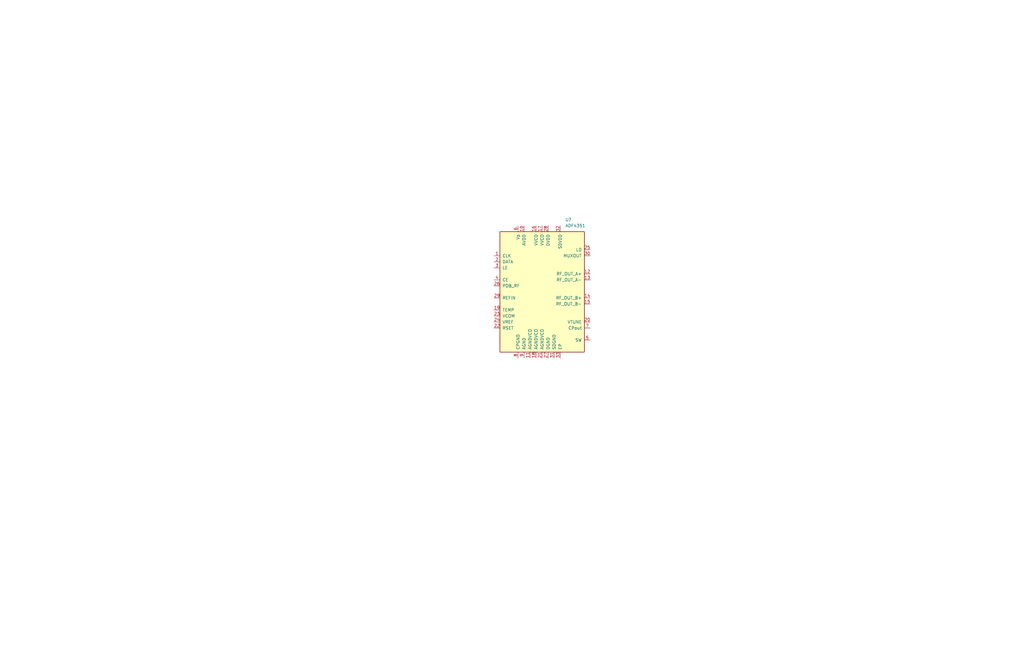
<source format=kicad_sch>
(kicad_sch (version 20250114) (generator "eeschema") (generator_version "9.0")
  (paper "B")
  (title_block (title "Coarse VFO") (date "2026-01-02") (rev "0.0") (company "Andy McCann KA3KAF and Doug McCann KA3KAG"))
  (lib_symbols
    (symbol "Timer_PLL:ADF4351" (pin_names (offset 1.016))
      (property "Reference" "U" (at 0 1.27 0))
      (property "Value" "ADF4351" (at 0 -1.27 0))
      (symbol "ADF4351_0_1"
        (rectangle (start 17.78 25.4) (end -17.78 -25.4) (stroke (width 0.254)) (fill (type background)))
      )
      (symbol "ADF4351_1_1"
        (pin input line (at -20.32 15.24 0) (length 2.54) (name "CLK") (number "1"))
        (pin input line (at -20.32 12.7 0) (length 2.54) (name "DATA") (number "2"))
        (pin input line (at -20.32 10.16 0) (length 2.54) (name "LE") (number "3"))
        (pin input line (at -20.32 5.08 0) (length 2.54) (name "CE") (number "4"))
        (pin input line (at -20.32 2.54 0) (length 2.54) (name "PDB_RF") (number "26"))
        (pin input line (at -20.32 -2.54 0) (length 2.54) (name "REFIN") (number "29"))
        (pin input line (at -20.32 -7.62 0) (length 2.54) (name "TEMP") (number "19"))
        (pin input line (at -20.32 -10.16 0) (length 2.54) (name "VCOM") (number "23"))
        (pin input line (at -20.32 -12.7 0) (length 2.54) (name "VREF") (number "24"))
        (pin input line (at -20.32 -15.24 0) (length 2.54) (name "RSET") (number "22"))
        (pin power_in line (at -10.16 27.94 270) (length 2.54) (name "Vp") (number "6"))
        (pin power_in line (at -10.16 -27.94 90) (length 2.54) (name "CPGND") (number "8"))
        (pin power_in line (at -7.62 27.94 270) (length 2.54) (name "AVDD") (number "10"))
        (pin power_in line (at -7.62 -27.94 90) (length 2.54) (name "AGND") (number "9"))
        (pin power_in line (at -5.08 -27.94 90) (length 2.54) (name "AGNDVCO") (number "11"))
        (pin power_in line (at -2.54 27.94 270) (length 2.54) (name "VVCO") (number "16"))
        (pin power_in line (at -2.54 -27.94 90) (length 2.54) (name "AGNDVCO") (number "18"))
        (pin power_in line (at 0 27.94 270) (length 2.54) (name "VVCO") (number "17"))
        (pin power_in line (at 0 -27.94 90) (length 2.54) (name "AGNDVCO") (number "21"))
        (pin power_in line (at 2.54 27.94 270) (length 2.54) (name "DVDD") (number "28"))
        (pin power_in line (at 2.54 -27.94 90) (length 2.54) (name "DGND") (number "27"))
        (pin power_in line (at 5.08 -27.94 90) (length 2.54) (name "SDGND") (number "31"))
        (pin power_in line (at 7.62 27.94 270) (length 2.54) (name "SDVDD") (number "32"))
        (pin power_in line (at 7.62 -27.94 90) (length 2.54) (name "EP") (number "33"))
        (pin input line (at 20.32 17.78 180) (length 2.54) (name "LD") (number "25"))
        (pin output line (at 20.32 15.24 180) (length 2.54) (name "MUXOUT") (number "30"))
        (pin output line (at 20.32 7.62 180) (length 2.54) (name "RF_OUT_A+") (number "12"))
        (pin output line (at 20.32 5.08 180) (length 2.54) (name "RF_OUT_A-") (number "13"))
        (pin output line (at 20.32 -2.54 180) (length 2.54) (name "RF_OUT_B+") (number "14"))
        (pin output line (at 20.32 -5.08 180) (length 2.54) (name "RF_OUT_B-") (number "15"))
        (pin input line (at 20.32 -12.7 180) (length 2.54) (name "VTUNE") (number "20"))
        (pin input line (at 20.32 -15.24 180) (length 2.54) (name "CPout") (number "7"))
        (pin input line (at 20.32 -20.32 180) (length 2.54) (name "SW") (number "5"))
      )
    )
  )
  (symbol (lib_id "Timer_PLL:ADF4351") (at 228.6 123.19 0) (unit 1)
    (property "Reference" "U?" (at 238.3633 92.71 0) (effects (justify left)))
    (property "Value" "ADF4351" (at 238.3633 95.25 0) (effects (justify left)))
    (property "Footprint" "Package_CSP:LFCSP-32-1EP_5x5mm_P0.5mm_EP3.25x3.25mm" (effects (hide yes)))
    (property "Datasheet" "https://www.analog.com/media/en/technical-documentation/data-sheets/ADF4351.pdf" (effects (hide yes)))
    (property "Description" "35-4400MHz fractional-N PLL, LFCSP-32" (effects (hide yes)))
  )
)
</source>
